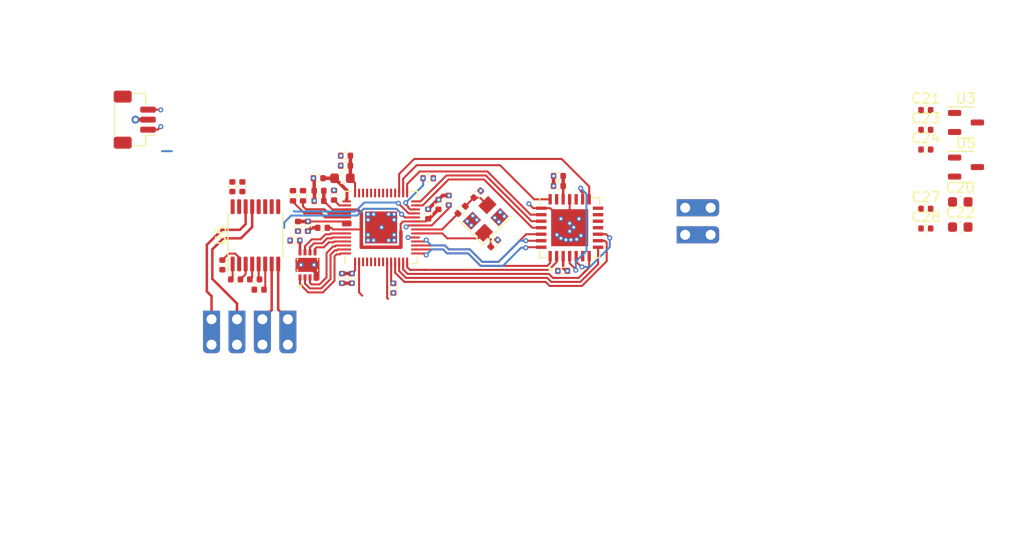
<source format=kicad_pcb>
(kicad_pcb (version 20221018) (generator pcbnew)
  (layers (0 "F.Cu" signal) (1 "In1.Cu" signal) (2 "In2.Cu" signal) (31 "B.Cu" signal) (34 "B.Paste" user) (35 "F.Paste" user) (36 "B.SilkS" user "B.Silkscreen") (37 "F.SilkS" user "F.Silkscreen") (38 "B.Mask" user) (39 "F.Mask" user) (44 "Edge.Cuts" user))
  (net 0 "")
  (net 1 "+3V3")
  (net 2 "GND")
  (net 3 "+1V1")
  (net 4 "VDDA")
  (net 5 "/XOUT")
  (net 6 "/XIN")
  (net 7 "/~{EXT_RESET}")
  (net 8 "Net-(U1-XOUT)")
  (net 9 "/USB_DP")
  (net 10 "Net-(U1-USB_DP)")
  (net 11 "/USB_DM")
  (net 12 "Net-(U1-USB_DM)")
  (net 16 "unconnected-(U1-GPIO7-Pad9)")
  (net 17 "/SPI1_SCK")
  (net 18 "/SPI1_TX")
  (net 19 "/SPI1_RX")
  (net 20 "/SPI1_CSn")
  (net 21 "/SWCLK")
  (net 22 "/SWDIO")
  (net 23 "+5V")
  (net 24 "VDC")
  (net 25 "/~{CAN_RX_INT}")
  (net 35 "/QSPI_SD3")
  (net 36 "/QSPI_SCLK")
  (net 37 "/QSPI_SD0")
  (net 38 "/QSPI_SD2")
  (net 39 "/QSPI_SD1")
  (net 40 "/~{QSPI_CSN}")
  (net 41 "/~{CAN_RX_BUF0}")
  (net 42 "/~{CAN_RX_BUF1}")
  (net 43 "/~{CAN_RESET}")
  (net 44 "Net-(U2-TXCAN)")
  (net 45 "Net-(U2-RXCAN)")
  (net 46 "/~{CAN_TX0_RTS}")
  (net 47 "/~{CAN_TX1_RTS}")
  (net 48 "/~{CAN_TX2_RTS}")
  (net 49 "/MCP25625_CLK")
  (net 50 "Net-(U6-C2+)")
  (net 51 "Net-(U6-C2-)")
  (net 52 "Net-(U6-C1+)")
  (net 54 "Net-(U6-C1-)")
  (net 55 "/CAN_TXVR_STBY")
  (net 56 "Net-(U6-VS-)")
  (net 57 "Net-(U6-VS+)")
  (net 58 "/UART_0_TX")
  (net 60 "/UART_0_RX")
  (net 61 "/UART_1_TX")
  (net 62 "/UART_1_RX")
  (net 63 "/RS232_1_TX")
  (net 64 "/CANL")
  (net 65 "/CANH")
  (net 66 "/RS232_1_RX")
  (net 67 "/RS232_0_RX")
  (net 68 "/RS232_0_TX")
  (footprint "Capacitor_SMD:C_0402_1005Metric" (layer "F.Cu") (at 79.45 60.725 180)
    (fp_text reference "C1" hide)
    (fp_text value "100n")
  )
  (footprint "Package_TO_SOT_SMD:SOT-23-3" (layer "F.Cu") (at 146.445 48.935)
    (fp_text reference "U3")
    (fp_text value "XC6206PxxxMR")
  )
  (footprint "Capacitor_SMD:C_0402_1005Metric" (layer "F.Cu") (at 142.435 47.695)
    (fp_text reference "C21")
    (fp_text value "100n")
  )
  (footprint "Capacitor_SMD:C_0402_1005Metric" (layer "F.Cu") (at 99.339376 61.010624 45)
    (fp_text reference "C8" hide)
    (fp_text value "33p C0G")
  )
  (footprint "Capacitor_SMD:C_0402_1005Metric" (layer "F.Cu") (at 84.5 52.25 180)
    (fp_text reference "C15" hide)
    (fp_text value "2u2")
  )
  (footprint "ICDB_Waffle:ICDB_Castellated_Pad" (layer "F.Cu") (at 76.2 71.12)
    (fp_text reference "J4" hide)
    (fp_text value "Conn_01x01_Pin" hide)
  )
  (footprint "Capacitor_SMD:C_0402_1005Metric" (layer "F.Cu") (at 142.435 59.515)
    (fp_text reference "C28")
    (fp_text value "2u2")
  )
  (footprint "Capacitor_SMD:C_0402_1005Metric" (layer "F.Cu") (at 75.425 64.6)
    (fp_text reference "C12" hide)
    (fp_text value "100n")
  )
  (footprint "Package_TO_SOT_SMD:SOT-23-3" (layer "F.Cu") (at 146.445 53.385)
    (fp_text reference "U5")
    (fp_text value "SE8650X2-HF")
  )
  (footprint "ICDB_Curly:IC_W25Q16JVUXIQ_TR" (layer "F.Cu") (at 80.7 63.15 90)
    (fp_text reference "U4" hide)
    (fp_text value "W25Q16JVUXIQ_TR")
  )
  (footprint "Capacitor_SMD:C_0402_1005Metric" (layer "F.Cu") (at 74.2 55.35 90)
    (fp_text reference "C34" hide)
    (fp_text value "2u2")
  )
  (footprint "ICDB_Waffle:ICDB_Castellated_Pad" (layer "F.Cu") (at 78.74 71.12)
    (fp_text reference "J5" hide)
    (fp_text value "Conn_01x01_Pin" hide)
  )
  (footprint "Capacitor_SMD:C_0402_1005Metric" (layer "F.Cu") (at 81.85 55.75 180)
    (fp_text reference "C3" hide)
    (fp_text value "2u2")
  )
  (footprint "Capacitor_SMD:C_0402_1005Metric" (layer "F.Cu") (at 81.77 54.5 180)
    (fp_text reference "C4" hide)
    (fp_text value "2u2")
  )
  (footprint "Capacitor_SMD:C_0402_1005Metric" (layer "F.Cu") (at 82.2 59.45 180)
    (fp_text reference "C9" hide)
    (fp_text value "2u2")
  )
  (footprint "Capacitor_SMD:C_0402_1005Metric" (layer "F.Cu") (at 106.175 63.75 180)
    (fp_text reference "C26" hide)
    (fp_text value "100n")
  )
  (footprint "Crystal:Crystal_SMD_3225-4Pin_3.2x2.5mm" (layer "F.Cu") (at 98.489376 58.560624 45)
    (fp_text reference "Y2" hide)
    (fp_text value "12.000 MHz,  C9002 ")
  )
  (footprint "Capacitor_SMD:C_0402_1005Metric" (layer "F.Cu") (at 84.15 64.5 -90)
    (fp_text reference "C19" hide)
    (fp_text value "2u2")
  )
  (footprint "Capacitor_SMD:C_0402_1005Metric" (layer "F.Cu") (at 72.2 63.15 -90)
    (fp_text reference "C32" hide)
    (fp_text value "100n")
  )
  (footprint "Resistor_SMD:R_0402_1005Metric" (layer "F.Cu") (at 92.75 54.5 180)
    (fp_text reference "R1" hide)
    (fp_text value "4k7")
  )
  (footprint "Capacitor_SMD:C_0402_1005Metric" (layer "F.Cu") (at 73.2 55.35 90)
    (fp_text reference "C33" hide)
    (fp_text value "100n")
  )
  (footprint "Capacitor_SMD:C_0402_1005Metric" (layer "F.Cu") (at 85.125 64.5 -90)
    (fp_text reference "C17" hide)
    (fp_text value "100n")
  )
  (footprint "ICDB_Waffle:ICDB_Castellated_Pad" (layer "F.Cu") (at 73.66 71.12)
    (fp_text reference "J7" hide)
    (fp_text value "Conn_01x01_Pin" hide)
  )
  (footprint "Capacitor_SMD:C_0402_1005Metric" (layer "F.Cu") (at 75.875 65.625 180)
    (fp_text reference "C31" hide)
    (fp_text value "100n")
  )
  (footprint "Capacitor_SMD:C_0402_1005Metric" (layer "F.Cu") (at 93.775 57.125 90)
    (fp_text reference "C11" hide)
    (fp_text value "2u2")
  )
  (footprint "Capacitor_SMD:C_0402_1005Metric" (layer "F.Cu") (at 142.435 51.635)
    (fp_text reference "C24")
    (fp_text value "100n")
  )
  (footprint "Capacitor_SMD:C_0402_1005Metric" (layer "F.Cu") (at 89.275 65.475 -90)
    (fp_text reference "C18" hide)
    (fp_text value "100n")
  )
  (footprint "Capacitor_SMD:C_0402_1005Metric" (layer "F.Cu") (at 94.8 56.7 90)
    (fp_text reference "C6" hide)
    (fp_text value "100n")
  )
  (footprint "Connector_JST:JST_SH_BM03B-SRSS-TB_1x03-1MP_P1.00mm_Vertical" (layer "F.Cu") (at 63.45 48.65 90)
    (fp_text reference "J1" hide)
    (fp_text value "DEBUG_PORT")
  )
  (footprint "Capacitor_SMD:C_0402_1005Metric" (layer "F.Cu") (at 92.75 58.075 90)
    (fp_text reference "C10" hide)
    (fp_text value "100n")
  )
  (footprint "Capacitor_SMD:C_0402_1005Metric" (layer "F.Cu") (at 73.525 64.6)
    (fp_text reference "C30" hide)
    (fp_text value "100n")
  )
  (footprint "Capacitor_SMD:C_0402_1005Metric" (layer "F.Cu") (at 79.75 59.3 -90)
    (fp_text reference "C13" hide)
    (fp_text value "2u2")
  )
  (footprint "Capacitor_SMD:C_0603_1608Metric" (layer "F.Cu") (at 145.875 59.375)
    (fp_text reference "C22")
    (fp_text value "10u")
  )
  (footprint "Package_DFN_QFN:QFN-56-1EP_7x7mm_P0.4mm_EP3.2x3.2mm" (layer "F.Cu") (at 88.05 59.4125 90)
    (fp_text reference "U1" hide)
    (fp_text value "RP2040")
  )
  (footprint "ICDB_Waffle:ICDB_Castellated_Pad" (layer "F.Cu") (at 120.95 60.15 90)
    (fp_text reference "J2" hide)
    (fp_text value "Conn_01x01_Pin" hide)
  )
  (footprint "Capacitor_SMD:C_0402_1005Metric" (layer "F.Cu") (at 84.5 53.25 180)
    (fp_text reference "C16" hide)
    (fp_text value "100n")
  )
  (footprint "Resistor_SMD:R_0402_1005Metric" (layer "F.Cu") (at 80.25 56.25 -90)
    (fp_text reference "R4" hide)
    (fp_text value "27R")
  )
  (footprint "Resistor_SMD:R_0402_1005Metric" (layer "F.Cu") (at 96.089376 57.660624 -135)
    (fp_text reference "R2" hide)
    (fp_text value "1k 1%")
  )
  (footprint "ICDB_Waffle:ICDB_Castellated_Pad" (layer "F.Cu") (at 120.95 57.45 90)
    (fp_text reference "J3" hide)
    (fp_text value "Conn_01x01_Pin" hide)
  )
  (footprint "Capacitor_SMD:C_0402_1005Metric" (layer "F.Cu") (at 105.745 55.275 180)
    (fp_text reference "C25" hide)
    (fp_text value "100n")
  )
  (footprint "Capacitor_SMD:C_0402_1005Metric" (layer "F.Cu") (at 81.85 56.77 180)
    (fp_text reference "C2" hide)
    (fp_text value "100n")
  )
  (footprint "Capacitor_SMD:C_0402_1005Metric" (layer "F.Cu") (at 80.74 59.3 -90)
    (fp_text reference "C14" hide)
    (fp_text value "100n")
  )
  (footprint "Capacitor_SMD:C_0402_1005Metric" (layer "F.Cu") (at 105.745 54.275 180)
    (fp_text reference "C29" hide)
    (fp_text value "2u2")
  )
  (footprint "ICDB_Waffle:ICDB_Castellated_Pad" (layer "F.Cu") (at 71.12 71.12)
    (fp_text reference "J6" hide)
    (fp_text value "Conn_01x01_Pin" hide)
  )
  (footprint "Capacitor_SMD:C_0402_1005Metric" (layer "F.Cu") (at 83.35 56.2 90)
    (fp_text reference "C5" hide)
    (fp_text value "2u2")
  )
  (footprint "Package_SO:TSSOP-16_4.4x5mm_P0.65mm" (layer "F.Cu") (at 75.5 60.2 90)
    (fp_text reference "U6")
    (fp_text value "MAX3232")
  )
  (footprint "Resistor_SMD:R_0402_1005Metric" (layer "F.Cu") (at 79.25 56.25 -90)
    (fp_text reference "R3" hide)
    (fp_text value "27R")
  )
  (footprint "Inductor_SMD:L_0603_1608Metric" (layer "F.Cu") (at 84.1875 54.5 180)
    (fp_text reference "FB1" hide)
    (fp_text value "FB_0603")
  )
  (footprint "Capacitor_SMD:C_0402_1005Metric" (layer "F.Cu") (at 97.649965 56.100035 45)
    (fp_text reference "C7" hide)
    (fp_text value "33p C0G")
  )
  (footprint "Capacitor_SMD:C_0402_1005Metric" (layer "F.Cu") (at 142.435 57.545)
    (fp_text reference "C27")
    (fp_text value "100n")
  )
  (footprint "Capacitor_SMD:C_0402_1005Metric" (layer "F.Cu") (at 142.435 49.665)
    (fp_text reference "C23")
    (fp_text value "100n")
  )
  (footprint "Capacitor_SMD:C_0603_1608Metric" (layer "F.Cu") (at 145.875 56.865)
    (fp_text reference "C20")
    (fp_text value "10u")
  )
  (footprint "ICDB_Curly:QFN65P600X600X100-29N" (layer "F.Cu") (at 106.875 59.44 90)
    (fp_text reference "U2" hide)
    (fp_text value "MCP25625T-E_ML")
  )
  (segment (start 80.75 58.8) (end 80.73 58.82) (width 0.2) (layer "F.Cu") (net 1))
  (segment (start 94.8 57.175) (end 94.8 57.512254) (width 0.2) (layer "F.Cu") (net 1))
  (segment (start 85.45 63.695) (end 85.15 63.995) (width 0.2) (layer "F.Cu") (net 1))
  (segment (start 84.6125 58.8125) (end 84.605 58.82) (width 0.2) (layer "F.Cu") (net 1))
  (segment (start 89.25 64.97) (end 89.25 64.975) (width 0.2) (layer "F.Cu") (net 1))
  (segment (start 83.8825 57.2125) (end 83.35 56.68) (width 0.2) (layer "F.Cu") (net 1))
  (segment (start 106.225 62.275) (end 106.225 63.495) (width 0.25) (layer "F.Cu") (net 1))
  (segment (start 89.25 64.975) (end 89.255 64.975) (width 0.2) (layer "F.Cu") (net 1))
  (segment (start 89.255 64.975) (end 89.275 64.995) (width 0.2) (layer "F.Cu") (net 1))
  (segment (start 106.5 63.77) (end 106.5 63.775) (width 0.25) (layer "F.Cu") (net 1))
  (segment (start 84.605 58.82) (end 80.77 58.82) (width 0.2) (layer "F.Cu") (net 1))
  (segment (start 93.099754 59.2125) (end 91.4875 59.2125) (width 0.2) (layer "F.Cu") (net 1))
  (segment (start 79.95 60.745) (end 79.95 60.7) (width 0.25) (layer "F.Cu") (net 1))
  (segment (start 85.15 63.995) (end 85.15 64) (width 0.2) (layer "F.Cu") (net 1))
  (segment (start 90.699 59.2125) (end 91.4875 59.2125) (width 0.2) (layer "F.Cu") (net 1))
  (segment (start 94.8 57.512254) (end 93.099754 59.2125) (width 0.2) (layer "F.Cu") (net 1))
  (segment (start 84.98 52.25) (end 84.98 54.495) (width 0.35) (layer "F.Cu") (net 1))
  (segment (start 90.5495 59.362) (end 90.699 59.2125) (width 0.2) (layer "F.Cu") (net 1))
  (segment (start 85.45 54.975) (end 84.975 54.5) (width 0.2) (layer "F.Cu") (net 1))
  (segment (start 89.05 62.85) (end 89.05 64.77) (width 0.2) (layer "F.Cu") (net 1))
  (segment (start 85.125 64.02) (end 84.15 64) (width 0.35) (layer "F.Cu") (net 1))
  (segment (start 106.225 63.495) (end 106.5 63.77) (width 0.25) (layer "F.Cu") (net 1))
  (segment (start 89.05 64.77) (end 89.25 64.97) (width 0.2) (layer "F.Cu") (net 1))
  (segment (start 80.77 58.82) (end 80.75 58.8) (width 0.2) (layer "F.Cu") (net 1))
  (segment (start 84.6125 57.2125) (end 83.8825 57.2125) (width 0.2) (layer "F.Cu") (net 1))
  (segment (start 106.505 63.775) (end 106.505 63.775) (width 0.25) (layer "F.Cu") (net 1))
  (segment (start 94.8 57.18) (end 94.8 57.175) (width 0.2) (layer "F.Cu") (net 1))
  (segment (start 85.145 64) (end 85.125 64.02) (width 0.2) (layer "F.Cu") (net 1))
  (segment (start 85.45 55.975) (end 85.45 54.975) (width 0.2) (layer "F.Cu") (net 1))
  (segment (start 79.95 60.7) (end 79.905 60.7) (width 0.25) (layer "F.Cu") (net 1))
  (segment (start 79.95 60.745) (end 79.95 60.745) (width 0.25) (layer "F.Cu") (net 1))
  (segment (start 106.5 63.775) (end 106.505 63.775) (width 0.25) (layer "F.Cu") (net 1))
  (segment (start 84.98 54.495) (end 84.975 54.5) (width 0.35) (layer "F.Cu") (net 1))
  (segment (start 79.905 60.7) (end 79.93 60.725) (width 0.25) (layer "F.Cu") (net 1))
  (segment (start 85.45 62.85) (end 85.45 63.695) (width 0.2) (layer "F.Cu") (net 1))
  (segment (start 85.15 64) (end 85.145 64) (width 0.2) (layer "F.Cu") (net 1))
  (segment (start 79.95 61.9) (end 79.95 60.745) (width 0.25) (layer "F.Cu") (net 1))
  (segment (start 84.15 64) (end 84.15 64.02) (width 0.35) (layer "F.Cu") (net 1))
  (segment (start 80.74 58.82) (end 79.75 58.82) (width 0.35) (layer "F.Cu") (net 1))
  (segment (start 80.73 58.82) (end 79.75 58.82) (width 0.2) (layer "F.Cu") (net 1))
  (via (at 90.5495 59.362) (size 0.5) (drill 0.25) (layers "F.Cu" "B.Cu") (net 1))
  (via (at 94.8 57.175) (size 0.5) (drill 0.25) (layers "F.Cu" "B.Cu") (net 1))
  (via (at 85.15 64) (size 0.5) (drill 0.25) (layers "F.Cu" "B.Cu") (net 1))
  (via (at 89.25 64.975) (size 0.5) (drill 0.25) (layers "F.Cu" "B.Cu") (net 1))
  (via (at 106.65 63.75) (size 0.5) (drill 0.25) (layers "F.Cu" "B.Cu") (net 1))
  (via (at 80.75 58.8) (size 0.5) (drill 0.25) (layers "F.Cu" "B.Cu") (net 1))
  (via (at 84.15 64) (size 0.5) (drill 0.25) (layers "F.Cu" "B.Cu") (net 1))
  (via (at 93.275 54.525) (size 0.5) (drill 0.25) (layers "F.Cu" "B.Cu") (net 1))
  (via (at 79.95 60.7) (size 0.5) (drill 0.25) (layers "F.Cu" "B.Cu") (net 1))
  (segment (start 93.8 56.65) (end 93.8 56.62) (width 0.35) (layer "F.Cu") (net 2))
  (segment (start 81.72 59.45) (end 81.1 59.45) (width 0.35) (layer "F.Cu") (net 2))
  (segment (start 94.795 56.22) (end 94.825 56.225) (width 0.35) (layer "F.Cu") (net 2))
  (segment (start 81.37 55.75) (end 81.37 54.57) (width 0.35) (layer "F.Cu") (net 2))
  (segment (start 107.1 59.55) (end 106.875 59.44) (width 0.2) (layer "F.Cu") (net 2))
  (segment (start 94.825 56.225) (end 94.805 56.22) (width 0.35) (layer "F.Cu") (net 2))
  (segment (start 93.77 56.65) (end 93.8 56.65) (width 0.35) (layer "F.Cu") (net 2))
  (segment (start 94.805 56.22) (end 94.8 56.22) (width 0.35) (layer "F.Cu") (net 2))
  (segment (start 92.75 57.59168) (end 92.75 57.575) (width 0.35) (layer "F.Cu") (net 2))
  (segment (start 90.743629 60.4125) (end 91.4875 60.4125) (width 0.2) (layer "F.Cu") (net 2))
  (segment (start 81.4 55.78) (end 81.37 55.75) (width 0.35) (layer "F.Cu") (net 2))
  (segment (start 84.15 64.975) (end 85.12 64.98) (width 0.35) (layer "F.Cu") (net 2))
  (segment (start 92.75 57.595) (end 92.75 57.59168) (width 0.35) (layer "F.Cu") (net 2))
  (segment (start 104.925 57.49) (end 105.985 58.55) (width 0.2) (layer "F.Cu") (net 2))
  (segment (start 84.15 64.98) (end 84.15 64.975) (width 0.35) (layer "F.Cu") (net 2))
  (segment (start 106 58.565) (end 106.875 59.44) (width 0.2) (layer "F.Cu") (net 2))
  (segment (start 104.04 57.49) (end 103.24 57.49) (width 0.2) (layer "F.Cu") (net 2))
  (segment (start 94.2 56.22) (end 94.795 56.22) (width 0.35) (layer "F.Cu") (net 2))
  (segment (start 106.875 59) (end 107.1 59.55) (width 0.2) (layer "F.Cu") (net 2))
  (segment (start 90.74362 60.412509) (end 90.743629 60.4125) (width 0.2) (layer "F.Cu") (net 2))
  (segment (start 81.4 56.75) (end 81.4 55.78) (width 0.35) (layer "F.Cu") (net 2))
  (segment (start 93.775 56.645) (end 93.77 56.65) (width 0.35) (layer "F.Cu") (net 2))
  (segment (start 85.15 64.975) (end 85.13 64.98) (width 0.35) (layer "F.Cu") (net 2))
  (segment (start 81.1 59.45) (end 80.75 59.8) (width 0.35) (layer "F.Cu") (net 2))
  (segment (start 92.75 57.59168) (end 92.75 57.59168) (width 0.35) (layer "F.Cu") (net 2))
  (segment (start 105.985 58.55) (end 106 58.55) (width 0.2) (layer "F.Cu") (net 2))
  (segment (start 92.75 57.575) (end 92.76668 57.575) (width 0.35) (layer "F.Cu") (net 2))
  (segment (start 81.37 54.57) (end 81.3 54.5) (width 0.35) (layer "F.Cu") (net 2))
  (segment (start 103.24 57.49) (end 102.8 57.05) (width 0.2) (layer "F.Cu") (net 2))
  (segment (start 64.775 48.65) (end 63.525 48.65) (width 0.35) (layer "F.Cu") (net 2))
  (segment (start 92.76668 57.575) (end 93.69668 56.645) (width 0.35) (layer "F.Cu") (net 2))
  (segment (start 104.04 57.49) (end 104.925 57.49) (width 0.2) (layer "F.Cu") (net 2))
  (segment (start 85.12 64.98) (end 85.15 64.975) (width 0.35) (layer "F.Cu") (net 2))
  (segment (start 105.265 55.275) (end 105.265 54.275) (width 0.35) (layer "F.Cu") (net 2))
  (segment (start 106.875 56.605) (end 106.875 59) (width 0.2) (layer "F.Cu") (net 2))
  (segment (start 106 58.55) (end 106 58.565) (width 0.2) (layer "F.Cu") (net 2))
  (segment (start 85.13 64.98) (end 85.125 64.98) (width 0.35) (layer "F.Cu") (net 2))
  (segment (start 93.8 56.62) (end 94.2 56.22) (width 0.35) (layer "F.Cu") (net 2))
  (segment (start 93.69668 56.645) (end 93.775 56.645) (width 0.35) (layer "F.Cu") (net 2))
  (via (at 99.7 60.65) (size 0.5) (drill 0.25) (layers "F.Cu" "B.Cu") (net 2))
  (via (at 96.65 58.8) (size 0.5) (drill 0.25) (layers "F.Cu" "B.Cu") (net 2))
  (via (at 63.525 48.65) (size 0.8) (drill 0.4) (layers "F.Cu" "B.Cu") (net 2))
  (via (at 97.2 58.25) (size 0.5) (drill 0.25) (layers "F.Cu" "B.Cu") (net 2))
  (via (at 98 55.75) (size 0.5) (drill 0.25) (layers "F.Cu" "B.Cu") (net 2))
  (via (at 88.8 58.1) (size 0.5) (drill 0.25) (layers "F.Cu" "B.Cu") (net 2))
  (via (at 102.8 57.05) (size 0.5) (drill 0.25) (layers "F.Cu" "B.Cu") (net 2))
  (via (at 107.575 60.6) (size 0.5) (drill 0.25) (layers "F.Cu" "B.Cu") (net 2))
  (via (at 100.35 58.3) (size 0.5) (drill 0.25) (layers "F.Cu" "B.Cu") (net 2))
  (via (at 105.6 60.15) (size 0.5) (drill 0.25) (layers "F.Cu" "B.Cu") (net 2))
  (via (at 78.95 60.7) (size 0.5) (drill 0.25) (layers "F.Cu" "B.Cu") (net 2))
  (via (at 86.75 58.1) (size 0.5) (drill 0.25) (layers "F.Cu" "B.Cu") (net 2))
  (via (at 81.3 54.5) (size 0.5) (drill 0.25) (layers "F.Cu" "B.Cu") (net 2))
  (via (at 108 60.225) (size 0.5) (drill 0.25) (layers "F.Cu" "B.Cu") (net 2))
  (via (at 99.95 57.9) (size 0.5) (drill 0.25) (layers "F.Cu" "B.Cu") (net 2))
  (via (at 88.8 60.7) (size 0.5) (drill 0.25) (layers "F.Cu" "B.Cu") (net 2))
  (via (at 106.875 59.795) (size 0.5) (drill 0.25) (layers "F.Cu" "B.Cu") (net 2))
  (via (at 86.75 60.7) (size 0.5) (drill 0.25) (layers "F.Cu" "B.Cu") (net 2))
  (via (at 80.75 59.8) (size 0.5) (drill 0.25) (layers "F.Cu" "B.Cu") (net 2))
  (via (at 89.35 58.65) (size 0.5) (drill 0.25) (layers "F.Cu" "B.Cu") (net 2))
  (via (at 106.875 59) (size 0.5) (drill 0.25) (layers "F.Cu" "B.Cu") (net 2))
  (via (at 106 58.55) (size 0.5) (drill 0.25) (layers "F.Cu" "B.Cu") (net 2))
  (via (at 87.3 58.1) (size 0.5) (drill 0.25) (layers "F.Cu" "B.Cu") (net 2))
  (via (at 80.05 63.15) (size 0.5) (drill 0.25) (layers "F.Cu" "B.Cu") (net 2))
  (via (at 107.275 59.4) (size 0.5) (drill 0.25) (layers "F.Cu" "B.Cu") (net 2))
  (via (at 99.4 58.45) (size 0.5) (drill 0.25) (layers "F.Cu" "B.Cu") (net 2))
  (via (at 84.15 64.975) (size 0.5) (drill 0.25) (layers "F.Cu" "B.Cu") (net 2))
  (via (at 89.275 65.95) (size 0.5) (drill 0.25) (layers "F.Cu" "B.Cu") (net 2))
  (via (at 79.75 59.8) (size 0.5) (drill 0.25) (layers "F.Cu" "B.Cu") (net 2))
  (via (at 105.275 55.275) (size 0.5) (drill 0.25) (layers "F.Cu" "B.Cu") (net 2))
  (via (at 107 60.65) (size 0.5) (drill 0.25) (layers "F.Cu" "B.Cu") (net 2))
  (via (at 86.75 60.15) (size 0.5) (drill 0.25) (layers "F.Cu" "B.Cu") (net 2))
  (via (at 83.35 55.7) (size 0.5) (drill 0.25) (layers "F.Cu" "B.Cu") (net 2))
  (via (at 89.35 60.7) (size 0.5) (drill 0.25) (layers "F.Cu" "B.Cu") (net 2))
  (via (at 87.3 60.7) (size 0.5) (drill 0.25) (layers "F.Cu" "B.Cu") (net 2))
  (via (at 106.5 60.65) (size 0.5) (drill 0.25) (layers "F.Cu" "B.Cu") (net 2))
  (via (at 89.35 58.1) (size 0.5) (drill 0.25) (layers "F.Cu" "B.Cu") (net 2))
  (via (at 93.8 56.65) (size 0.5) (drill 0.25) (layers "F.Cu" "B.Cu") (net 2))
  (via (at 81.4 56.75) (size 0.5) (drill 0.25) (layers "F.Cu" "B.Cu") (net 2))
  (via (at 97.05 59.2) (size 0.5) (drill 0.25) (layers "F.Cu" "B.Cu") (net 2))
  (via (at 84.025 52.25) (size 0.5) (drill 0.25) (layers "F.Cu" "B.Cu") (net 2))
  (via (at 106 60.5) (size 0.5) (drill 0.25) (layers "F.Cu" "B.Cu") (net 2))
  (via (at 84.025 53.225) (size 0.5) (drill 0.25) (layers "F.Cu" "B.Cu") (net 2))
  (via (at 88.1 59.4) (size 0.5) (drill 0.25) (layers "F.Cu" "B.Cu") (net 2))
  (via (at 85.15 64.975) (size 0.5) (drill 0.25) (layers "F.Cu" "B.Cu") (net 2))
  (via (at 92.75 57.575) (size 0.5) (drill 0.25) (layers "F.Cu" "B.Cu") (net 2))
  (via (at 107.8 58.55) (size 0.5) (drill 0.25) (layers "F.Cu" "B.Cu") (net 2))
  (via (at 90.74362 60.412509) (size 0.5) (drill 0.25) (layers "F.Cu" "B.Cu") (net 2))
  (via (at 105.7 63.75) (size 0.5) (drill 0.25) (layers "F.Cu" "B.Cu") (net 2))
  (via (at 86.75 58.65) (size 0.5) (drill 0.25) (layers "F.Cu" "B.Cu") (net 2))
  (via (at 94.825 56.225) (size 0.5) (drill 0.25) (layers "F.Cu" "B.Cu") (net 2))
  (via (at 89.35 60.15) (size 0.5) (drill 0.25) (layers "F.Cu" "B.Cu") (net 2))
  (via (at 97.6 58.65) (size 0.5) (drill 0.25) (layers "F.Cu" "B.Cu") (net 2))
  (via (at 81.35 63.15) (size 0.5) (drill 0.25) (layers "F.Cu" "B.Cu") (net 2))
  (via (at 105.275 54.275) (size 0.5) (drill 0.25) (layers "F.Cu" "B.Cu") (net 2))
  (via (at 99.8 58.85) (size 0.5) (drill 0.25) (layers "F.Cu" "B.Cu") (net 2))
  (segment (start 89.8875 61.375) (end 90 61.2625) (width 0.2) (layer "F.Cu") (net 3))
  (segment (start 84.6125 59.6125) (end 83.2425 59.6125) (width 0.2) (layer "F.Cu") (net 3))
  (segment (start 90 59.0625) (end 90.25 58.8125) (width 0.2) (layer "F.Cu") (net 3))
  (segment (start 90.025 61.3875) (end 90.025 59.833884) (width 0.35) (layer "F.Cu") (net 3))
  (segment (start 83.08 59.45) (end 82.68 59.45) (width 0.2) (layer "F.Cu") (net 3))
  (segment (start 93.775 57.60832) (end 93.775 57.605) (width 0.35) (layer "F.Cu") (net 3))
  (segment (start 86.075 58) (end 86.075 59.6) (width 0.35) (layer "F.Cu") (net 3))
  (segment (start 86.15 61.3125) (end 86.2125 61.375) (width 0.2) (layer "F.Cu") (net 3))
  (segment (start 82.33 55.75) (end 82.33 56.77) (width 0.35) (layer "F.Cu") (net 3))
  (segment (start 90.25 58.8125) (end 91.4875 58.8125) (width 0.2) (layer "F.Cu") (net 3))
  (segment (start 86.15 60.675) (end 86.15 61.3125) (width 0.2) (layer "F.Cu") (net 3))
  (segment (start 85.6875 57.6125) (end 85.85 57.775) (width 0.2) (layer "F.Cu") (net 3))
  (segment (start 83.2425 59.6125) (end 83.08 59.45) (width 0.2) (layer "F.Cu") (net 3))
  (segment (start 92.82832 58.555) (end 93.775 57.60832) (width 0.35) (layer "F.Cu") (net 3))
  (segment (start 86.0625 59.6125) (end 86.075 59.6) (width 0.2) (layer "F.Cu") (net 3))
  (segment (start 90 61.2625) (end 90 59.0625) (width 0.2) (layer "F.Cu") (net 3))
  (segment (start 85.85 57.775) (end 86.075 58) (width 0.35) (layer "F.Cu") (net 3))
  (segment (start 86.2125 61.375) (end 89.8875 61.375) (width 0.2) (layer "F.Cu") (net 3))
  (segment (start 84.6125 57.6125) (end 83.1725 57.6125) (width 0.2) (layer "F.Cu") (net 3))
  (segment (start 83.1725 57.6125) (end 82.33 56.77) (width 0.2) (layer "F.Cu") (net 3))
  (segment (start 86.075 59.6) (end 86.075 61.3875) (width 0.35) (layer "F.Cu") (net 3))
  (segment (start 84.6125 59.6125) (end 86.0625 59.6125) (width 0.2) (layer "F.Cu") (net 3))
  (segment (start 92.4925 58.8125) (end 92.75 58.555) (width 0.2) (layer "F.Cu") (net 3))
  (segment (start 91.4875 58.8125) (end 92.4925 58.8125) (width 0.2) (layer "F.Cu") (net 3))
  (segment (start 92.75 58.555) (end 92.82832 58.555) (width 0.35) (layer "F.Cu") (net 3))
  (segment (start 86.075 61.3875) (end 90.025 61.3875) (width 0.35) (layer "F.Cu") (net 3))
  (segment (start 84.6125 57.6125) (end 85.6875 57.6125) (width 0.2) (layer "F.Cu") (net 3))
  (segment (start 83.4 54.5) (end 82.25 54.5) (width 0.35) (layer "F.Cu") (net 4))
  (segment (start 84.6125 55.7125) (end 84.6125 56.7375) (width 0.35) (layer "F.Cu") (net 4))
  (segment (start 83.4 54.5) (end 84.6125 55.7125) (width 0.35) (layer "F.Cu") (net 4))
  (segment (start 84.6125 56.8125) (end 84.6125 55.9125) (width 0.2) (layer "F.Cu") (net 4))
  (segment (start 97.923833 56.439446) (end 98.666153 57.181766) (width 0.2) (layer "F.Cu") (net 5))
  (segment (start 97.310554 56.439446) (end 97.923833 56.439446) (width 0.2) (layer "F.Cu") (net 5))
  (segment (start 96.45 57.3) (end 97.310554 56.439446) (width 0.2) (layer "F.Cu") (net 5))
  (segment (start 94.65 60.5) (end 97.752081 60.5) (width 0.2) (layer "F.Cu") (net 6))
  (segment (start 91.4875 60.0125) (end 94.1625 60.0125) (width 0.2) (layer "F.Cu") (net 6))
  (segment (start 98.999965 61.350035) (end 98.999965 60.626848) (width 0.2) (layer "F.Cu") (net 6))
  (segment (start 94.1625 60.0125) (end 94.65 60.5) (width 0.2) (layer "F.Cu") (net 6))
  (segment (start 97.752081 60.5) (end 98.312599 59.939482) (width 0.2) (layer "F.Cu") (net 6))
  (segment (start 98.999965 60.626848) (end 98.312599 59.939482) (width 0.2) (layer "F.Cu") (net 6))
  (segment (start 90.955025 57.6125) (end 91.4875 57.6125) (width 0.2) (layer "F.Cu") (net 7))
  (segment (start 90.754419 57.339434) (end 90.754419 57.411894) (width 0.2) (layer "F.Cu") (net 7))
  (segment (start 90.754419 57.411894) (end 90.955025 57.6125) (width 0.2) (layer "F.Cu") (net 7))
  (segment (start 90.501975 56.948025) (end 90.501975 57.08699) (width 0.2) (layer "F.Cu") (net 7))
  (segment (start 90.501975 57.08699) (end 90.754419 57.339434) (width 0.2) (layer "F.Cu") (net 7))
  (via (at 90.501975 56.948025) (size 0.5) (drill 0.25) (layers "F.Cu" "B.Cu") (net 7))
  (via (at 92.25 54.5) (size 0.5) (drill 0.25) (layers "F.Cu" "B.Cu") (net 7))
  (segment (start 90.501975 56.948025) (end 92.25 55.2) (width 0.2) (layer "B.Cu") (net 7))
  (segment (start 92.25 55.2) (end 92.25 54.5) (width 0.2) (layer "B.Cu") (net 7))
  (segment (start 94.1375 59.6125) (end 95.728752 58.021248) (width 0.2) (layer "F.Cu") (net 8))
  (segment (start 91.4875 59.6125) (end 94.1375 59.6125) (width 0.2) (layer "F.Cu") (net 8))
  (segment (start 79.25 56.865686) (end 79.25 56.76) (width 0.2) (layer "F.Cu") (net 10))
  (segment (start 84.6125 58.4125) (end 82.4625 58.4125) (width 0.2) (layer "F.Cu") (net 10))
  (segment (start 82.4625 58.4125) (end 82.05 58) (width 0.2) (layer "F.Cu") (net 10))
  (segment (start 80.384314 58) (end 79.25 56.865686) (width 0.2) (layer "F.Cu") (net 10))
  (segment (start 82.05 58) (end 80.384314 58) (width 0.2) (layer "F.Cu") (net 10))
  (segment (start 84.6125 58.0125) (end 82.8125 58.0125) (width 0.2) (layer "F.Cu") (net 12))
  (segment (start 80.55 57.6) (end 80.25 57.3) (width 0.2) (layer "F.Cu") (net 12))
  (segment (start 82.8125 58.0125) (end 82.4 57.6) (width 0.2) (layer "F.Cu") (net 12))
  (segment (start 80.25 56.76) (end 80.25 56.9) (width 0.25) (layer "F.Cu") (net 12))
  (segment (start 82.4 57.6) (end 80.55 57.6) (width 0.2) (layer "F.Cu") (net 12))
  (segment (start 80.25 57.3) (end 80.25 56.76) (width 0.2) (layer "F.Cu") (net 12))
  (segment (start 88.65 66.45) (end 88.75 66.55) (width 0.2) (layer "F.Cu") (net 16))
  (segment (start 88.65 62.85) (end 88.65 66.45) (width 0.2) (layer "F.Cu") (net 16))
  (segment (start 96.9 61.6) (end 94.8 61.6) (width 0.2) (layer "F.Cu") (net 17))
  (segment (start 94.4125 61.2125) (end 91.4875 61.2125) (width 0.2) (layer "F.Cu") (net 17))
  (segment (start 104.04 60.09) (end 102.535 60.09) (width 0.2) (layer "F.Cu") (net 17))
  (segment (start 98.15 62.85) (end 96.9 61.6) (width 0.2) (layer "F.Cu") (net 17))
  (segment (start 99.775 62.85) (end 98.15 62.85) (width 0.2) (layer "F.Cu") (net 17))
  (segment (start 94.8 61.6) (end 94.4125 61.2125) (width 0.2) (layer "F.Cu") (net 17))
  (segment (start 102.535 60.09) (end 99.775 62.85) (width 0.2) (layer "F.Cu") (net 17))
  (segment (start 91.4875 60.8125) (end 92.4005 60.8125) (width 0.2) (layer "F.Cu") (net 18))
  (segment (start 104.04 60.74) (end 102.49 60.74) (width 0.2) (layer "F.Cu") (net 18))
  (segment (start 92.4005 60.8125) (end 92.55 60.663) (width 0.2) (layer "F.Cu") (net 18))
  (segment (start 102.49 60.74) (end 102.44 60.74) (width 0.2) (layer "F.Cu") (net 18))
  (via (at 102.49 60.74) (size 0.5) (drill 0.25) (layers "F.Cu" "B.Cu") (net 18))
  (via (at 92.55 60.663) (size 0.5) (drill 0.25) (layers "F.Cu" "B.Cu") (net 18))
  (segment (start 92.55 60.7) (end 92.55 60.663) (width 0.2) (layer "B.Cu") (net 18))
  (segment (start 99.225 62.85) (end 98.15 62.85) (width 0.2) (layer "B.Cu") (net 18))
  (segment (start 94.8 61.6) (end 94.4 61.2) (width 0.2) (layer "B.Cu") (net 18))
  (segment (start 94.4 61.2) (end 93.05 61.2) (width 0.2) (layer "B.Cu") (net 18))
  (segment (start 98.15 62.85) (end 96.9 61.6) (width 0.2) (layer "B.Cu") (net 18))
  (segment (start 96.9 61.6) (end 94.8 61.6) (width 0.2) (layer "B.Cu") (net 18))
  (segment (start 93.05 61.2) (end 92.55 60.7) (width 0.2) (layer "B.Cu") (net 18))
  (segment (start 101.885 60.74) (end 99.775 62.85) (width 0.2) (layer "B.Cu") (net 18))
  (segment (start 99.775 62.85) (end 99.225 62.85) (width 0.2) (layer "B.Cu") (net 18))
  (segment (start 102.49 60.74) (end 101.885 60.74) (width 0.2) (layer "B.Cu") (net 18))
  (segment (start 104.04 61.39) (end 102.54 61.39) (width 0.2) (layer "F.Cu") (net 19))
  (segment (start 92.4005 62.0125) (end 92.55 62.162) (width 0.2) (layer "F.Cu") (net 19))
  (segment (start 102.54 61.39) (end 102.49 61.44) (width 0.2) (layer "F.Cu") (net 19))
  (segment (start 91.4875 62.0125) (end 92.4005 62.0125) (width 0.2) (layer "F.Cu") (net 19))
  (via (at 92.55 62.162) (size 0.5) (drill 0.25) (layers "F.Cu" "B.Cu") (net 19))
  (via (at 102.49 61.44) (size 0.5) (drill 0.25) (layers "F.Cu" "B.Cu") (net 19))
  (segment (start 100.215686 63.25) (end 97.984314 63.25) (width 0.2) (layer "B.Cu") (net 19))
  (segment (start 96.734314 62) (end 94.634314 62) (width 0.2) (layer "B.Cu") (net 19))
  (segment (start 94.634314 62) (end 94.234314 61.6) (width 0.2) (layer "B.Cu") (net 19))
  (segment (start 94.234314 61.6) (end 93.1 61.6) (width 0.2) (layer "B.Cu") (net 19))
  (segment (start 102.49 61.44) (end 102.025686 61.44) (width 0.2) (layer "B.Cu") (net 19))
  (segment (start 97.984314 63.25) (end 96.734314 62) (width 0.2) (layer "B.Cu") (net 19))
  (segment (start 93.1 61.6) (end 92.55 62.15) (width 0.2) (layer "B.Cu") (net 19))
  (segment (start 101.795343 61.670343) (end 100.215686 63.25) (width 0.2) (layer "B.Cu") (net 19))
  (segment (start 102.015686 61.45) (end 101.795343 61.670343) (width 0.2) (layer "B.Cu") (net 19))
  (segment (start 102.025686 61.44) (end 101.795343 61.670343) (width 0.2) (layer "B.Cu") (net 19))
  (segment (start 92.55 62.15) (end 92.55 62.162) (width 0.2) (layer "B.Cu") (net 19))
  (segment (start 104.63 63.25) (end 104.925 62.955) (width 0.2) (layer "F.Cu") (net 20))
  (segment (start 97.984314 63.25) (end 104.63 63.25) (width 0.2) (layer "F.Cu") (net 20))
  (segment (start 96.734314 62) (end 97.984314 63.25) (width 0.2) (layer "F.Cu") (net 20))
  (segment (start 91.4875 61.6125) (end 94.246814 61.6125) (width 0.2) (layer "F.Cu") (net 20))
  (segment (start 94.634314 62) (end 96.734314 62) (width 0.2) (layer "F.Cu") (net 20))
  (segment (start 94.246814 61.6125) (end 94.634314 62) (width 0.2) (layer "F.Cu") (net 20))
  (segment (start 104.925 62.955) (end 104.925 62.275) (width 0.2) (layer "F.Cu") (net 20))
  (segment (start 90.412228 58.4125) (end 91.4875 58.4125) (width 0.2) (layer "F.Cu") (net 21))
  (segment (start 90.099093 58.099365) (end 90.412228 58.4125) (width 0.2) (layer "F.Cu") (net 21))
  (segment (start 64.775 49.65) (end 65.75 49.65) (width 0.2) (layer "F.Cu") (net 21))
  (segment (start 65.75 49.65) (end 66.05 49.35) (width 0.2) (layer "F.Cu") (net 21))
  (via (at 90.099093 58.099365) (size 0.5) (drill 0.25) (layers "F.Cu" "B.Cu") (net 21))
  (via (at 66.05 49.35) (size 0.5) (drill 0.25) (layers "F.Cu" "B.Cu") (net 21))
  (segment (start 78.375 59.45) (end 78.375 58.925) (width 0.2) (layer "B.Cu") (net 21))
  (segment (start 90.099093 58.071275) (end 90.099093 58.099365) (width 0.2) (layer "B.Cu") (net 21))
  (segment (start 89.577818 57.55) (end 90.099093 58.071275) (width 0.2) (layer "B.Cu") (net 21))
  (segment (start 78.375 58.925) (end 79.075 58.225) (width 0.2) (layer "B.Cu") (net 21))
  (segment (start 85.65 58.225) (end 86.325 57.55) (width 0.2) (layer "B.Cu") (net 21))
  (segment (start 79.075 58.225) (end 85.65 58.225) (width 0.2) (layer "B.Cu") (net 21))
  (segment (start 86.325 57.55) (end 89.577818 57.55) (width 0.2) (layer "B.Cu") (net 21))
  (segment (start 89.777339 57.0005) (end 90.789339 58.0125) (width 0.2) (layer "F.Cu") (net 22))
  (segment (start 64.775 47.65) (end 65.975 47.65) (width 0.2) (layer "F.Cu") (net 22))
  (segment (start 90.789339 58.0125) (end 91.4875 58.0125) (width 0.2) (layer "F.Cu") (net 22))
  (via (at 66.05 47.675) (size 0.5) (drill 0.25) (layers "F.Cu" "B.Cu") (net 22))
  (via (at 89.777339 57.0005) (size 0.5) (drill 0.25) (layers "F.Cu" "B.Cu") (net 22))
  (segment (start 86.375 56.925) (end 85.475 57.825) (width 0.2) (layer "B.Cu") (net 22))
  (segment (start 89.777339 57.0005) (end 89.701839 56.925) (width 0.2) (layer "B.Cu") (net 22))
  (segment (start 85.475 57.825) (end 79.4 57.825) (width 0.2) (layer "B.Cu") (net 22))
  (segment (start 79.4 57.825) (end 79.35 57.775) (width 0.2) (layer "B.Cu") (net 22))
  (segment (start 67.15 51.8) (end 66.175 51.8) (width 0.2) (layer "B.Cu") (net 22))
  (segment (start 89.701839 56.925) (end 86.375 56.925) (width 0.2) (layer "B.Cu") (net 22))
  (segment (start 106.225 55.275) (end 106.225 54.275) (width 0.35) (layer "F.Cu") (net 23))
  (segment (start 106.225 56.605) (end 106.225 55.275) (width 0.25) (layer "F.Cu") (net 23))
  (segment (start 104.04 59.44) (end 103.14 59.44) (width 0.2) (layer "F.Cu") (net 25))
  (segment (start 98.325 54.625) (end 94.787746 54.625) (width 0.2) (layer "F.Cu") (net 25))
  (segment (start 91.4875 57.2125) (end 92.200246 57.2125) (width 0.2) (layer "F.Cu") (net 25))
  (segment (start 92.200246 57.2125) (end 93.481373 55.931373) (width 0.2) (layer "F.Cu") (net 25))
  (segment (start 94.787746 54.625) (end 93.481373 55.931373) (width 0.2) (layer "F.Cu") (net 25))
  (segment (start 93.481373 55.931373) (end 93.675 55.737746) (width 0.2) (layer "F.Cu") (net 25))
  (segment (start 103.14 59.44) (end 98.325 54.625) (width 0.2) (layer "F.Cu") (net 25))
  (segment (start 84.6125 60.0125) (end 83.0375 60.0125) (width 0.2) (layer "F.Cu") (net 35))
  (segment (start 82 60.6) (end 81.134315 60.6) (width 0.2) (layer "F.Cu") (net 35))
  (segment (start 83.0375 60.0125) (end 82.95 60.1) (width 0.2) (layer "F.Cu") (net 35))
  (segment (start 82.5 60.1) (end 82 60.6) (width 0.2) (layer "F.Cu") (net 35))
  (segment (start 80.45 61.284315) (end 80.45 61.9) (width 0.2) (layer "F.Cu") (net 35))
  (segment (start 82.95 60.1) (end 82.5 60.1) (width 0.2) (layer "F.Cu") (net 35))
  (segment (start 81.134315 60.6) (end 80.45 61.284315) (width 0.2) (layer "F.Cu") (net 35))
  (segment (start 82.665685 60.5) (end 82.165685 61) (width 0.2) (layer "F.Cu") (net 36))
  (segment (start 83.115686 60.5) (end 82.665685 60.5) (width 0.2) (layer "F.Cu") (net 36))
  (segment (start 82.165685 61) (end 81.35 61) (width 0.2) (layer "F.Cu") (net 36))
  (segment (start 84.6125 60.4125) (end 83.203186 60.4125) (width 0.2) (layer "F.Cu") (net 36))
  (segment (start 83.203186 60.4125) (end 83.115686 60.5) (width 0.2) (layer "F.Cu") (net 36))
  (segment (start 81.35 61) (end 80.95 61.4) (width 0.2) (layer "F.Cu") (net 36))
  (segment (start 80.95 61.4) (end 80.95 61.9) (width 0.2) (layer "F.Cu") (net 36))
  (segment (start 82.83137 60.9) (end 82.33137 61.4) (width 0.2) (layer "F.Cu") (net 37))
  (segment (start 81.45 61.55) (end 81.45 61.9) (width 0.2) (layer "F.Cu") (net 37))
  (segment (start 84.6125 60.8125) (end 83.3875 60.8125) (width 0.2) (layer "F.Cu") (net 37))
  (segment (start 83.3 60.9) (end 82.83137 60.9) (width 0.2) (layer "F.Cu") (net 37))
  (segment (start 83.3875 60.8125) (end 83.3 60.9) (width 0.2) (layer "F.Cu") (net 37))
  (segment (start 81.6 61.4) (end 81.45 61.55) (width 0.2) (layer "F.Cu") (net 37))
  (segment (start 82.33137 61.4) (end 81.6 61.4) (width 0.2) (layer "F.Cu") (net 37))
  (segment (start 83.465686 61.3) (end 83.268628 61.3) (width 0.2) (layer "F.Cu") (net 38))
  (segment (start 83.268628 61.3) (end 82.6 61.968628) (width 0.2) (layer "F.Cu") (net 38))
  (segment (start 81.1 65.1) (end 80.95 64.95) (width 0.2) (layer "F.Cu") (net 38))
  (segment (start 82.6 61.968628) (end 82.6 64.4) (width 0.2) (layer "F.Cu") (net 38))
  (segment (start 83.553186 61.2125) (end 83.465686 61.3) (width 0.2) (layer "F.Cu") (net 38))
  (segment (start 84.6125 61.2125) (end 83.553186 61.2125) (width 0.2) (layer "F.Cu") (net 38))
  (segment (start 81.9 65.1) (end 81.1 65.1) (width 0.2) (layer "F.Cu") (net 38))
  (segment (start 82.6 64.4) (end 81.9 65.1) (width 0.2) (layer "F.Cu") (net 38))
  (segment (start 80.95 64.95) (end 80.95 64.4) (width 0.2) (layer "F.Cu") (net 38))
  (segment (start 80.934315 65.5) (end 80.45 65.015685) (width 0.2) (layer "F.Cu") (net 39))
  (segment (start 84.6125 61.6125) (end 83.718872 61.6125) (width 0.2) (layer "F.Cu") (net 39))
  (segment (start 83 64.565686) (end 82.065685 65.5) (width 0.2) (layer "F.Cu") (net 39))
  (segment (start 83 62.134314) (end 83 64.565686) (width 0.2) (layer "F.Cu") (net 39))
  (segment (start 83.434314 61.7) (end 83 62.134314) (width 0.2) (layer "F.Cu") (net 39))
  (segment (start 83.631372 61.7) (end 83.434314 61.7) (width 0.2) (layer "F.Cu") (net 39))
  (segment (start 82.065685 65.5) (end 80.934315 65.5) (width 0.2) (layer "F.Cu") (net 39))
  (segment (start 80.45 65.015685) (end 80.45 64.4) (width 0.2) (layer "F.Cu") (net 39))
  (segment (start 83.718872 61.6125) (end 83.631372 61.7) (width 0.2) (layer "F.Cu") (net 39))
  (segment (start 83.4 64.731372) (end 83.4 62.3) (width 0.2) (layer "F.Cu") (net 40))
  (segment (start 82.23137 65.9) (end 83.4 64.731372) (width 0.2) (layer "F.Cu") (net 40))
  (segment (start 80.768629 65.9) (end 82.23137 65.9) (width 0.2) (layer "F.Cu") (net 40))
  (segment (start 83.9125 62.1) (end 84 62.0125) (width 0.2) (layer "F.Cu") (net 40))
  (segment (start 79.95 64.4) (end 79.95 65.081371) (width 0.2) (layer "F.Cu") (net 40))
  (segment (start 79.95 65.081371) (end 80.768629 65.9) (width 0.2) (layer "F.Cu") (net 40))
  (segment (start 84 62.0125) (end 84.6125 62.0125) (width 0.2) (layer "F.Cu") (net 40))
  (segment (start 83.6 62.1) (end 83.9125 62.1) (width 0.2) (layer "F.Cu") (net 40))
  (segment (start 83.4 62.3) (end 83.6 62.1) (width 0.2) (layer "F.Cu") (net 40))
  (segment (start 94.575 54.225) (end 98.5 54.225) (width 0.2) (layer "F.Cu") (net 41))
  (segment (start 91.9875 56.8125) (end 94.575 54.225) (width 0.2) (layer "F.Cu") (net 41))
  (segment (start 103.065 58.79) (end 104.04 58.79) (width 0.2) (layer "F.Cu") (net 41))
  (segment (start 98.5 54.225) (end 103.065 58.79) (width 0.2) (layer "F.Cu") (net 41))
  (segment (start 91.4875 56.8125) (end 91.9875 56.8125) (width 0.2) (layer "F.Cu") (net 41))
  (segment (start 104.04 58.14) (end 102.980686 58.14) (width 0.2) (layer "F.Cu") (net 42))
  (segment (start 91.9 53.825) (end 90.65 55.075) (width 0.2) (layer "F.Cu") (net 42))
  (segment (start 102.980686 58.14) (end 98.665686 53.825) (width 0.2) (layer "F.Cu") (net 42))
  (segment (start 90.65 55.075) (end 90.65 55.975) (width 0.2) (layer "F.Cu") (net 42))
  (segment (start 98.665686 53.825) (end 91.9 53.825) (width 0.2) (layer "F.Cu") (net 42))
  (segment (start 90.65 62.85) (end 90.65 63.375) (width 0.2) (layer "F.Cu") (net 43))
  (segment (start 90.925 63.65) (end 90.65 63.375) (width 0.2) (layer "F.Cu") (net 43))
  (segment (start 104.795685 63.65) (end 104.175 63.65) (width 0.2) (layer "F.Cu") (net 43))
  (segment (start 105.325 63.120686) (end 104.795685 63.65) (width 0.2) (layer "F.Cu") (net 43))
  (segment (start 92.525 63.65) (end 90.925 63.65) (width 0.2) (layer "F.Cu") (net 43))
  (segment (start 92.525 63.65) (end 92.3 63.65) (width 0.2) (layer "F.Cu") (net 43))
  (segment (start 105.575 62.275) (end 105.575 62.870686) (width 0.2) (layer "F.Cu") (net 43))
  (segment (start 105.575 62.870686) (end 105.325 63.120686) (width 0.2) (layer "F.Cu") (net 43))
  (segment (start 104.175 63.65) (end 92.525 63.65) (width 0.2) (layer "F.Cu") (net 43))
  (segment (start 107.483423 63.680359) (end 107.483423 63.608423) (width 0.2) (layer "F.Cu") (net 44))
  (segment (start 107.975 55.5) (end 107.975 55.775) (width 0.2) (layer "F.Cu") (net 44))
  (segment (start 108.175 55.975) (end 108.175 56.605) (width 0.2) (layer "F.Cu") (net 44))
  (segment (start 107.483423 63.608423) (end 106.875 63) (width 0.2) (layer "F.Cu") (net 44))
  (segment (start 106.875 63) (end 106.875 62.275) (width 0.2) (layer "F.Cu") (net 44))
  (segment (start 107.975 55.775) (end 108.175 55.975) (width 0.2) (layer "F.Cu") (net 44))
  (via (at 107.975 55.5) (size 0.5) (drill 0.25) (layers "F.Cu" "B.Cu") (net 44))
  (via (at 107.483423 63.680359) (size 0.5) (drill 0.25) (layers "F.Cu" "B.Cu") (net 44))
  (segment (start 108.55 61.75) (end 108.55 56.075) (width 0.2) (layer "B.Cu") (net 44))
  (segment (start 107.483423 63.680359) (end 107.483423 62.816577) (width 0.2) (layer "B.Cu") (net 44))
  (segment (start 107.483423 62.816577) (end 108.55 61.75) (width 0.2) (layer "B.Cu") (net 44))
  (segment (start 108.55 56.075) (end 107.975 55.5) (width 0.2) (layer "B.Cu") (net 44))
  (segment (start 110.876056 60.448944) (end 110.517112 60.09) (width 0.2) (layer "F.Cu") (net 45))
  (segment (start 107.525 62.825) (end 108.05 63.35) (width 0.2) (layer "F.Cu") (net 45))
  (segment (start 108.1 63.4) (end 108.1 63.4) (width 0.2) (layer "F.Cu") (net 45))
  (segment (start 107.525 62.275) (end 107.525 62.825) (width 0.2) (layer "F.Cu") (net 45))
  (segment (start 110.876056 60.448944) (end 110.95 60.375) (width 0.2) (layer "F.Cu") (net 45))
  (segment (start 108.1 63.35) (end 108.1 63.4) (width 0.2) (layer "F.Cu") (net 45))
  (segment (start 110.517112 60.09) (end 109.71 60.09) (width 0.2) (layer "F.Cu") (net 45))
  (segment (start 108.05 63.35) (end 108.1 63.35) (width 0.2) (layer "F.Cu") (net 45))
  (via (at 108.1 63.35) (size 0.5) (drill 0.25) (layers "F.Cu" "B.Cu") (net 45))
  (via (at 110.876056 60.448944) (size 0.5) (drill 0.25) (layers "F.Cu" "B.Cu") (net 45))
  (segment (start 110.876056 60.448944) (end 110.876056 61.373944) (width 0.2) (layer "B.Cu") (net 45))
  (segment (start 110.876056 61.373944) (end 108.9 63.35) (width 0.2) (layer "B.Cu") (net 45))
  (segment (start 108.9 63.35) (end 108.1 63.35) (width 0.2) (layer "B.Cu") (net 45))
  (segment (start 108.438909 63.788909) (end 107.777818 64.45) (width 0.2) (layer "F.Cu") (net 46))
  (segment (start 90.25 63.6) (end 90.25 62.85) (width 0.2) (layer "F.Cu") (net 46))
  (segment (start 108.438909 63.788909) (end 108.202818 64.025) (width 0.2) (layer "F.Cu") (net 46))
  (segment (start 105.2 64.45) (end 104.8 64.05) (width 0.2) (layer "F.Cu") (net 46))
  (segment (start 107.777818 64.45) (end 105.2 64.45) (width 0.2) (layer "F.Cu") (net 46))
  (segment (start 90.7 64.05) (end 90.25 63.6) (width 0.2) (layer "F.Cu") (net 46))
  (segment (start 104.8 64.05) (end 90.7 64.05) (width 0.2) (layer "F.Cu") (net 46))
  (segment (start 108.825 63.402818) (end 108.438909 63.788909) (width 0.2) (layer "F.Cu") (net 46))
  (segment (start 108.825 62.275) (end 108.825 63.402818) (width 0.2) (layer "F.Cu") (net 46))
  (segment (start 90.534314 64.45) (end 89.85 63.765686) (width 0.2) (layer "F.Cu") (net 47))
  (segment (start 105.034315 64.85) (end 104.634315 64.45) (width 0.2) (layer "F.Cu") (net 47))
  (segment (start 104.634315 64.45) (end 90.534314 64.45) (width 0.2) (layer "F.Cu") (net 47))
  (segment (start 89.85 63.765686) (end 89.85 62.85) (width 0.2) (layer "F.Cu") (net 47))
  (segment (start 107.943504 64.85) (end 105.034315 64.85) (width 0.2) (layer "F.Cu") (net 47))
  (segment (start 109.71 63.083504) (end 107.943504 64.85) (width 0.2) (layer "F.Cu") (net 47))
  (segment (start 109.71 61.39) (end 109.71 63.083504) (width 0.2) (layer "F.Cu") (net 47))
  (segment (start 110.39 60.74) (end 109.71 60.74) (width 0.2) (layer "F.Cu") (net 48))
  (segment (start 90.368628 64.85) (end 104.468629 64.85) (width 0.2) (layer "F.Cu") (net 48))
  (segment (start 104.868629 65.25) (end 108.109189 65.25) (width 0.2) (layer "F.Cu") (net 48))
  (segment (start 89.45 63.931372) (end 90.368628 64.85) (width 0.2) (layer "F.Cu") (net 48))
  (segment (start 104.468629 64.85) (end 104.868629 65.25) (width 0.2) (layer "F.Cu") (net 48))
  (segment (start 108.109189 65.25) (end 110.575 62.78419) (width 0.2) (layer "F.Cu") (net 48))
  (segment (start 110.575 62.78419) (end 110.575 60.925) (width 0.2) (layer "F.Cu") (net 48))
  (segment (start 89.45 62.85) (end 89.45 63.931372) (width 0.2) (layer "F.Cu") (net 48))
  (segment (start 110.575 60.925) (end 110.39 60.74) (width 0.2) (layer "F.Cu") (net 48))
  (segment (start 91.6 53.2) (end 90.25 54.55) (width 0.2) (layer "F.Cu") (net 49))
  (segment (start 103.33 56.605) (end 99.925 53.2) (width 0.2) (layer "F.Cu") (net 49))
  (segment (start 90.25 54.55) (end 90.25 55.975) (width 0.2) (layer "F.Cu") (net 49))
  (segment (start 104.925 56.605) (end 103.33 56.605) (width 0.2) (layer "F.Cu") (net 49))
  (segment (start 99.925 53.2) (end 91.6 53.2) (width 0.2) (layer "F.Cu") (net 49))
  (segment (start 75.175 64.37) (end 74.945 64.6) (width 0.2) (layer "F.Cu") (net 50))
  (segment (start 75.175 63.0625) (end 75.175 64.37) (width 0.2) (layer "F.Cu") (net 50))
  (segment (start 75.825 64.52) (end 75.905 64.6) (width 0.2) (layer "F.Cu") (net 51))
  (segment (start 75.825 63.0625) (end 75.825 64.52) (width 0.2) (layer "F.Cu") (net 51))
  (segment (start 73.225 63.0625) (end 73.225 64.42) (width 0.2) (layer "F.Cu") (net 52))
  (segment (start 73.225 64.42) (end 73.045 64.6) (width 0.2) (layer "F.Cu") (net 52))
  (segment (start 74.525 63.0625) (end 74.525 64.08) (width 0.2) (layer "F.Cu") (net 54))
  (segment (start 74.525 64.08) (end 74.005 64.6) (width 0.2) (layer "F.Cu") (net 54))
  (segment (start 89.85 54.075) (end 91.35 52.575) (width 0.2) (layer "F.Cu") (net 55))
  (segment (start 108.825 55.325) (end 108.825 56.605) (width 0.2) (layer "F.Cu") (net 55))
  (segment (start 106.075 52.575) (end 106.2 52.7) (width 0.2) (layer "F.Cu") (net 55))
  (segment (start 91.35 52.575) (end 106.075 52.575) (width 0.2) (layer "F.Cu") (net 55))
  (segment (start 106.2 52.7) (end 108.825 55.325) (width 0.2) (layer "F.Cu") (net 55))
  (segment (start 89.85 55.975) (end 89.85 54.075) (width 0.2) (layer "F.Cu") (net 55))
  (segment (start 76.475 63.0625) (end 76.485 63.0725) (width 0.2) (layer "F.Cu") (net 56))
  (segment (start 76.485 63.0725) (end 76.485 65.495) (width 0.2) (layer "F.Cu") (net 56))
  (segment (start 76.485 65.495) (end 76.355 65.625) (width 0.2) (layer "F.Cu") (net 56))
  (segment (start 73.875 62.409315) (end 73.490685 62.025) (width 0.2) (layer "F.Cu") (net 57))
  (segment (start 73.490685 62.025) (end 72.845 62.025) (width 0.2) (layer "F.Cu") (net 57))
  (segment (start 73.875 63.0625) (end 73.875 62.409315) (width 0.2) (layer "F.Cu") (net 57))
  (segment (start 72.845 62.025) (end 72.2 62.67) (width 0.2) (layer "F.Cu") (net 57))
  (segment (start 85.85 65.9) (end 86.175 66.225) (width 0.2) (layer "F.Cu") (net 58))
  (segment (start 85.85 62.85) (end 85.85 65.9) (width 0.2) (layer "F.Cu") (net 58))
  (segment (start 77.125 67.655) (end 76.2 68.58) (width 0.25) (layer "F.Cu") (net 63))
  (segment (start 77.125 63.0625) (end 77.125 67.655) (width 0.25) (layer "F.Cu") (net 63))
  (segment (start 77.775 63.0625) (end 77.775 67.615) (width 0.25) (layer "F.Cu") (net 66))
  (segment (start 77.775 67.615) (end 78.74 68.58) (width 0.25) (layer "F.Cu") (net 66))
  (segment (start 73.66 67.01) (end 73.66 68.58) (width 0.25) (layer "F.Cu") (net 67))
  (segment (start 72.3 60.5) (end 71.2 61.6) (width 0.25) (layer "F.Cu") (net 67))
  (segment (start 75.175 59.375) (end 74.05 60.5) (width 0.25) (layer "F.Cu") (net 67))
  (segment (start 75.175 57.3375) (end 75.175 59.375) (width 0.25) (layer "F.Cu") (net 67))
  (segment (start 74.05 60.5) (end 72.3 60.5) (width 0.25) (layer "F.Cu") (net 67))
  (segment (start 71.2 64.55) (end 73.66 67.01) (width 0.25) (layer "F.Cu") (net 67))
  (segment (start 71.2 61.6) (end 71.2 64.55) (width 0.25) (layer "F.Cu") (net 67))
  (segment (start 74.525 57.3375) (end 74.525 59.075) (width 0.25) (layer "F.Cu") (net 68))
  (segment (start 70.65 65.8) (end 71.12 66.27) (width 0.25) (layer "F.Cu") (net 68))
  (segment (start 71.12 66.27) (end 71.12 68.58) (width 0.25) (layer "F.Cu") (net 68))
  (segment (start 72.15 59.65) (end 70.65 61.15) (width 0.25) (layer "F.Cu") (net 68))
  (segment (start 74.525 59.075) (end 73.95 59.65) (width 0.25) (layer "F.Cu") (net 68))
  (segment (start 73.95 59.65) (end 72.15 59.65) (width 0.25) (layer "F.Cu") (net 68))
  (segment (start 70.65 61.15) (end 70.65 65.8) (width 0.25) (layer "F.Cu") (net 68))
  (zone (net 2) (net_name "GND") (layer "F.Cu") (priority 1) (connect_pads yes (clearance 0.25)) (min_thickness 0.2) (fill yes (thermal_gap 0.5) (thermal_bridge_width 0.5))
    (polygon (pts (xy 79.5 62.45) (xy 81.9 62.45) (xy 81.9 64.9) (xy 81.2 64.9) (xy 81.2 63.85) (xy 79.5 63.85)))
  )
  (zone (net 1) (net_name "+3V3") (layer "F.Cu") (connect_pads yes (clearance 0.25)) (min_thickness 0.2) (fill yes (thermal_gap 0.5) (thermal_bridge_width 0.5))
    (polygon (pts (xy 84.15 58.7) (xy 84.15 59.35) (xy 85.1 59.35) (xy 85.1 58.7)))
  )
)
</source>
